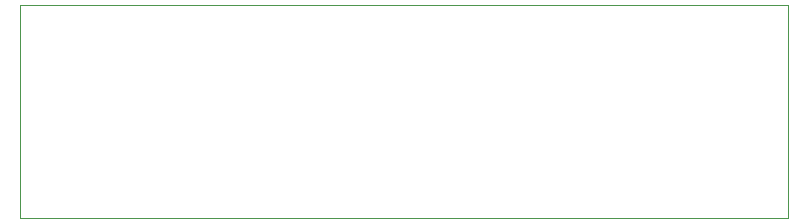
<source format=gko>
G04*
G04 #@! TF.GenerationSoftware,Altium Limited,Altium Designer,18.1.8 (232)*
G04*
G04 Layer_Color=16711935*
%FSLAX25Y25*%
%MOIN*%
G70*
G01*
G75*
%ADD10C,0.00394*%
D10*
X256100D01*
Y70900D01*
X0Y0D02*
Y70900D01*
X256100D01*
M02*

</source>
